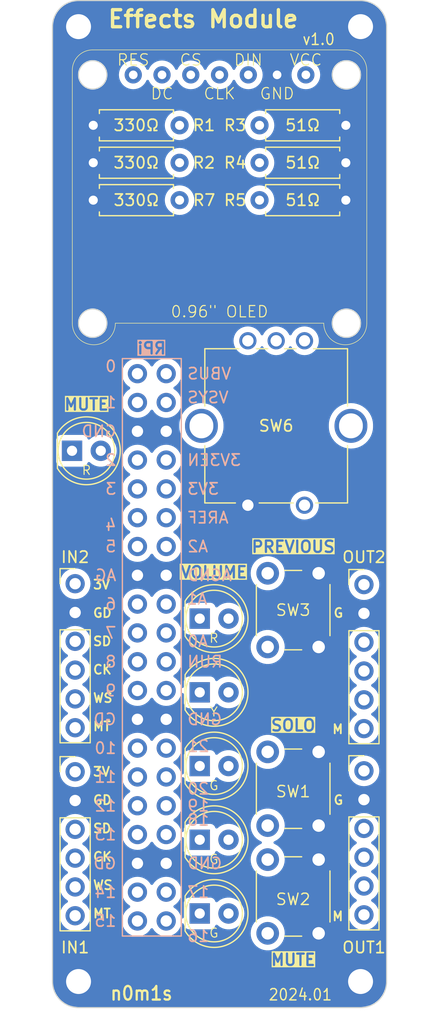
<source format=kicad_pcb>
(kicad_pcb (version 20221018) (generator pcbnew)
  (layers (0 "F.Cu" signal) (31 "B.Cu" signal) (34 "B.Paste" user) (35 "F.Paste" user) (36 "B.SilkS" user "B.Silkscreen") (37 "F.SilkS" user "F.Silkscreen") (38 "B.Mask" user) (39 "F.Mask" user) (44 "Edge.Cuts" user))
  (net 0 "")
  (net 1 "/I2S_IN1_SD")
  (net 2 "/I2S_IN1_SCK")
  (net 3 "/I2S_IN1_WS")
  (net 4 "/I2S_IN2_SD")
  (net 5 "GND")
  (net 6 "+3.3V")
  (net 16 "/I2S_IN2_SCK")
  (net 17 "/I2S_IN2_WS")
  (net 18 "/SCREEN_RES")
  (net 19 "/SCREEN_DC")
  (net 20 "/SCREEN_SPI_CS")
  (net 21 "/SCREEN_SPI_CLK")
  (net 22 "/SCREEN_SPI_MOSI")
  (net 23 "/VU_RED")
  (net 24 "/VU_YELLOW")
  (net 25 "/VU_GREEN1")
  (net 26 "/VU_GREEN2")
  (net 27 "/VU_GREEN3")
  (net 28 "/PREV_SW")
  (net 29 "/MUTE_SIG")
  (net 30 "/MUTE_LED")
  (net 31 "/ENC_A")
  (net 32 "/ENC_B")
  (net 33 "/ENC_C")
  (net 34 "/ENC_S")
  (net 35 "/SOLO_BTN")
  (net 36 "/MUTE_BTN")
  (net 37 "/VU_R1")
  (net 38 "/VU_R2")
  (net 39 "/VU_R3")
  (net 40 "/VU_R4")
  (net 41 "/VU_R5")
  (net 42 "/R7D2")
  (net 43 "/I2S_OUT_SD")
  (net 44 "/I2S_OUT_SCK")
  (net 45 "/I2S_OUT_WS")
  (footprint "project_local:0.96inOLED" (layer "F.Cu") (at 114.25 80.85)
    (fp_text reference "S1" hide)
    (fp_text value "~")
    (fp_text user "CS" (at -2.54 -12.7 unlocked) (layer "F.SilkS") (effects (font (thickness 0.1)) (justify top)))
    (fp_text user "DC" (at -5.08 -9.144 unlocked) (layer "F.SilkS") (effects (font (thickness 0.1))))
    (fp_text user "GND" (at 5.08 -9.144 unlocked) (layer "F.SilkS") (effects (font (thickness 0.1))))
    (fp_text user "0.96\" OLED" (at 0 10.668 unlocked) (layer "F.SilkS") (effects (font (thickness 0.1)) (justify bottom)))
    (fp_text user "RES" (at -7.62 -12.7 unlocked) (layer "F.SilkS") (effects (font (thickness 0.1)) (justify top)))
    (fp_text user "VCC" (at 7.62 -12.7 unlocked) (layer "F.SilkS") (effects (font (thickness 0.1)) (justify top)))
    (fp_text user "CLK" (at 0 -9.144 unlocked) (layer "F.SilkS") (effects (font (thickness 0.1))))
    (fp_text user "DIN" (at 2.54 -12.7 unlocked) (layer "F.SilkS") (effects (font (thickness 0.1)) (justify top)))
    (fp_line (start -13 11.1) (end -13 -11.2) (stroke (width 0.05)) (layer "F.SilkS"))
    (fp_line (start -11.2 -13) (end 11.2 -13) (stroke (width 0.05)) (layer "F.SilkS"))
    (fp_line (start -9.2 11.1) (end 9.2 11.1) (stroke (width 0.05)) (layer "F.SilkS"))
    (fp_line (start 13 11.1) (end 13 -11.2) (stroke (width 0.05)) (layer "F.SilkS"))
    (fp_arc (start -13 -11.2) (mid -12.472792 -12.472792) (end -11.2 -13) (stroke (width 0.05)) (layer "F.SilkS"))
    (fp_arc (start -9.2 11.1) (mid -11.1 13) (end -13 11.1) (stroke (width 0.05)) (layer "F.SilkS"))
    (fp_arc (start 11.2 -13) (mid 12.472792 -12.472792) (end 13 -11.2) (stroke (width 0.05)) (layer "F.SilkS"))
    (fp_arc (start 13 11.1) (mid 11.1 13) (end 9.2 11.1) (stroke (width 0.05)) (layer "F.SilkS"))
    (fp_circle (center -11.2 -10.8) (end -9.95 -10.8) (stroke (width 0.1)) (fill none) (layer "Edge.Cuts"))
    (fp_circle (center -11.2 11.1) (end -9.95 11.1) (stroke (width 0.1)) (fill none) (layer "Edge.Cuts"))
    (fp_circle (center 11.2 -10.8) (end 12.45 -10.8) (stroke (width 0.1)) (fill none) (layer "Edge.Cuts"))
    (fp_circle (center 11.2 11.1) (end 12.45 11.1) (stroke (width 0.1)) (fill none) (layer "Edge.Cuts"))
    (pad "1" thru_hole circle (at -7.62 -10.8) (size 1.524 1.524) (drill 0.762) (layers "*.Cu" "*.Mask") (net 18 "/SCREEN_RES"))
    (pad "2" thru_hole circle (at -5.08 -10.8) (size 1.524 1.524) (drill 0.762) (layers "*.Cu" "*.Mask") (net 19 "/SCREEN_DC"))
    (pad "3" thru_hole circle (at -2.54 -10.8) (size 1.524 1.524) (drill 0.762) (layers "*.Cu" "*.Mask") (net 20 "/SCREEN_SPI_CS"))
    (pad "4" thru_hole circle (at 0 -10.8) (size 1.524 1.524) (drill 0.762) (layers "*.Cu" "*.Mask") (net 21 "/SCREEN_SPI_CLK"))
    (pad "5" thru_hole circle (at 2.54 -10.8) (size 1.524 1.524) (drill 0.762) (layers "*.Cu" "*.Mask") (net 22 "/SCREEN_SPI_MOSI"))
    (pad "6" thru_hole circle (at 5.08 -10.8) (size 1.524 1.524) (drill 0.762) (layers "*.Cu" "*.Mask") (net 5 "GND"))
    (pad "7" thru_hole circle (at 7.62 -10.8) (size 1.524 1.524) (drill 0.762) (layers "*.Cu" "*.Mask") (net 6 "+3.3V"))
  )
  (footprint "project_local:PannelConnector" (layer "F.Cu") (at 101.5 131.5)
    (fp_text reference "IN1" (at 0 15.5) (layer "F.SilkS"))
    (fp_text value "~")
    (fp_line (start -1.33 -1.33) (end 0 -1.33) (stroke (width 0.12)) (layer "F.SilkS"))
    (fp_line (start -1.33 0) (end -1.33 -1.33) (stroke (width 0.12)) (layer "F.SilkS"))
    (fp_line (start -1.33 4.064) (end -1.33 14.03) (stroke (width 0.12)) (layer "F.SilkS"))
    (fp_line (start -1.33 4.064) (end 1.33 4.064) (stroke (width 0.12)) (layer "F.SilkS"))
    (fp_line (start -1.33 14.03) (end 1.33 14.03) (stroke (width 0.12)) (layer "F.SilkS"))
    (fp_line (start 1.33 4.064) (end 1.33 14.03) (stroke (width 0.12)) (layer "F.SilkS"))
    (pad "1" thru_hole oval (at 0 0) (size 1.7 1.7) (drill 1) (layers "*.Cu" "*.Mask") (net 6 "+3.3V"))
    (pad "2" thru_hole rect (at 0 2.54) (size 1.7 1.7) (drill 1) (layers "*.Cu" "*.Mask") (net 5 "GND"))
    (pad "3" thru_hole oval (at 0 5.08) (size 1.7 1.7) (drill 1) (layers "*.Cu" "*.Mask") (net 1 "/I2S_IN1_SD"))
    (pad "4" thru_hole oval (at 0 7.62) (size 1.7 1.7) (drill 1) (layers "*.Cu" "*.Mask") (net 2 "/I2S_IN1_SCK"))
    (pad "5" thru_hole oval (at 0 10.16) (size 1.7 1.7) (drill 1) (layers "*.Cu" "*.Mask") (net 3 "/I2S_IN1_WS"))
    (pad "6" thru_hole oval (at 0 12.7) (size 1.7 1.7) (drill 1) (layers "*.Cu" "*.Mask") (net 29 "/MUTE_SIG"))
  )
  (footprint "MountingHole:MountingHole_2.2mm_M2_DIN965_Pad_TopBottom" (layer "F.Cu") (at 126.7 65.8)
    (fp_text reference "H2" hide)
    (fp_text value "MountingHole_Pad")
    (pad "1" thru_hole circle (at 0 0) (size 2.6 2.6) (drill 2.2) (layers "*.Cu" "*.Mask") (net 5 "GND"))
    (pad "1" connect circle (at 0 0) (size 3.8 3.8) (layers "F.Cu" "F.Mask") (net 5 "GND"))
    (pad "1" connect circle (at 0 0) (size 3.8 3.8) (layers "B.Cu" "B.Mask") (net 5 "GND"))
  )
  (footprint "Resistor_THT:R_Axial_DIN0207_L6.3mm_D2.5mm_P7.62mm_Horizontal" (layer "F.Cu") (at 125.4 81.1 180)
    (fp_text reference "R5" (at 8.7 0) (layer "F.SilkS") (effects (justify right)))
    (fp_text value "51Ω" (at 3.8 0) (layer "F.SilkS"))
    (fp_line (start 0.54 -1.37) (end 7.08 -1.37) (stroke (width 0.12)) (layer "F.SilkS"))
    (fp_line (start 0.54 -1.04) (end 0.54 -1.37) (stroke (width 0.12)) (layer "F.SilkS"))
    (fp_line (start 0.54 1.04) (end 0.54 1.37) (stroke (width 0.12)) (layer "F.SilkS"))
    (fp_line (start 0.54 1.37) (end 7.08 1.37) (stroke (width 0.12)) (layer "F.SilkS"))
    (fp_line (start 7.08 -1.37) (end 7.08 -1.04) (stroke (width 0.12)) (layer "F.SilkS"))
    (fp_line (start 7.08 1.37) (end 7.08 1.04) (stroke (width 0.12)) (layer "F.SilkS"))
    (pad "1" thru_hole circle (at 0 0 180) (size 1.6 1.6) (drill 0.8) (layers "*.Cu" "*.Mask") (net 5 "GND"))
    (pad "2" thru_hole oval (at 7.62 0 180) (size 1.6 1.6) (drill 0.8) (layers "*.Cu" "*.Mask") (net 41 "/VU_R5"))
  )
  (footprint "Button_Switch_THT:SW_PUSH_6mm_H5mm" (layer "F.Cu") (at 123 114 -90)
    (fp_text reference "SW3" (at 3.25 2.25) (layer "F.SilkS") (effects (font (thickness 0.125))))
    (fp_text value "SW_PREV")
    (fp_line (start -0.25 1.5) (end -0.25 3) (stroke (width 0.12)) (layer "F.SilkS"))
    (fp_line (start 1 5.5) (end 5.5 5.5) (stroke (width 0.12)) (layer "F.SilkS"))
    (fp_line (start 5.5 -1) (end 1 -1) (stroke (width 0.12)) (layer "F.SilkS"))
    (fp_line (start 6.75 3) (end 6.75 1.5) (stroke (width 0.12)) (layer "F.SilkS"))
    (pad "1" thru_hole circle (at 0 0) (size 2 2) (drill 1.1) (layers "*.Cu" "*.Mask") (net 5 "GND"))
    (pad "1" thru_hole circle (at 6.5 0) (size 2 2) (drill 1.1) (layers "*.Cu" "*.Mask") (net 5 "GND"))
    (pad "2" thru_hole circle (at 0 4.5) (size 2 2) (drill 1.1) (layers "*.Cu" "*.Mask") (net 28 "/PREV_SW"))
    (pad "2" thru_hole circle (at 6.5 4.5) (size 2 2) (drill 1.1) (layers "*.Cu" "*.Mask") (net 28 "/PREV_SW"))
  )
  (footprint "MountingHole:MountingHole_2.2mm_M2_DIN965_Pad_TopBottom" (layer "F.Cu") (at 101.8 150)
    (fp_text reference "H3" hide)
    (fp_text value "MountingHole_Pad")
    (pad "1" thru_hole circle (at 0 0) (size 2.6 2.6) (drill 2.2) (layers "*.Cu" "*.Mask") (net 5 "GND"))
    (pad "1" connect circle (at 0 0) (size 3.8 3.8) (layers "F.Cu" "F.Mask") (net 5 "GND"))
    (pad "1" connect circle (at 0 0) (size 3.8 3.8) (layers "B.Cu" "B.Mask") (net 5 "GND"))
  )
  (footprint "Button_Switch_THT:SW_PUSH_6mm_H5mm" (layer "F.Cu") (at 123 139.25 -90)
    (fp_text reference "SW2" (at 3.5 2.25) (layer "F.SilkS") (effects (font (thickness 0.125))))
    (fp_text value "SW_MUTE")
    (fp_line (start -0.25 1.5) (end -0.25 3) (stroke (width 0.12)) (layer "F.SilkS"))
    (fp_line (start 1 5.5) (end 5.5 5.5) (stroke (width 0.12)) (layer "F.SilkS"))
    (fp_line (start 5.5 -1) (end 1 -1) (stroke (width 0.12)) (layer "F.SilkS"))
    (fp_line (start 6.75 3) (end 6.75 1.5) (stroke (width 0.12)) (layer "F.SilkS"))
    (pad "1" thru_hole circle (at 0 0) (size 2 2) (drill 1.1) (layers "*.Cu" "*.Mask") (net 5 "GND"))
    (pad "1" thru_hole circle (at 6.5 0) (size 2 2) (drill 1.1) (layers "*.Cu" "*.Mask") (net 5 "GND"))
    (pad "2" thru_hole circle (at 0 4.5) (size 2 2) (drill 1.1) (layers "*.Cu" "*.Mask") (net 36 "/MUTE_BTN"))
    (pad "2" thru_hole circle (at 6.5 4.5) (size 2 2) (drill 1.1) (layers "*.Cu" "*.Mask") (net 36 "/MUTE_BTN"))
  )
  (footprint "LED_THT:LED_D5.0mm" (layer "F.Cu") (at 112.5 144)
    (fp_text reference "VU5" hide)
    (fp_text value "GREEN")
    (fp_line (start -1.29 -1.545) (end -1.29 1.545) (stroke (width 0.12)) (layer "F.SilkS"))
    (fp_arc (start -1.29 -1.54483) (mid 2.072002 -2.880433) (end 4.26 0.000462) (stroke (width 0.12)) (layer "F.SilkS"))
    (fp_arc (start 4.26 -0.000462) (mid 2.072002 2.880433) (end -1.29 1.54483) (stroke (width 0.12)) (layer "F.SilkS"))
    (fp_circle (center 1.27 0) (end 3.77 0) (stroke (width 0.12)) (fill none) (layer "F.SilkS"))
    (pad "1" thru_hole rect (at 0 0) (size 1.8 1.8) (drill 0.9) (layers "*.Cu" "*.Mask") (net 41 "/VU_R5"))
    (pad "2" thru_hole circle (at 2.54 0) (size 1.8 1.8) (drill 0.9) (layers "*.Cu" "*.Mask") (net 27 "/VU_GREEN3"))
  )
  (footprint "LED_THT:LED_D5.0mm" (layer "F.Cu") (at 112.5 118)
    (fp_text reference "VU1" hide)
    (fp_text value "RED")
    (fp_line (start -1.29 -1.545) (end -1.29 1.545) (stroke (width 0.12)) (layer "F.SilkS"))
    (fp_arc (start -1.29 -1.54483) (mid 2.072002 -2.880433) (end 4.26 0.000462) (stroke (width 0.12)) (layer "F.SilkS"))
    (fp_arc (start 4.26 -0.000462) (mid 2.072002 2.880433) (end -1.29 1.54483) (stroke (width 0.12)) (layer "F.SilkS"))
    (fp_circle (center 1.27 0) (end 3.77 0) (stroke (width 0.12)) (fill none) (layer "F.SilkS"))
    (pad "1" thru_hole rect (at 0 0) (size 1.8 1.8) (drill 0.9) (layers "*.Cu" "*.Mask") (net 37 "/VU_R1"))
    (pad "2" thru_hole circle (at 2.54 0) (size 1.8 1.8) (drill 0.9) (layers "*.Cu" "*.Mask") (net 23 "/VU_RED"))
  )
  (footprint "project_local:PannelConnector" (layer "F.Cu") (at 127 131.42)
    (fp_text reference "OUT1" (at 0 15.58) (layer "F.SilkS"))
    (fp_text value "~")
    (fp_line (start -1.33 -1.33) (end 0 -1.33) (stroke (width 0.12)) (layer "F.SilkS"))
    (fp_line (start -1.33 0) (end -1.33 -1.33) (stroke (width 0.12)) (layer "F.SilkS"))
    (fp_line (start -1.33 4.064) (end -1.33 14.03) (stroke (width 0.12)) (layer "F.SilkS"))
    (fp_line (start -1.33 4.064) (end 1.33 4.064) (stroke (width 0.12)) (layer "F.SilkS"))
    (fp_line (start -1.33 14.03) (end 1.33 14.03) (stroke (width 0.12)) (layer "F.SilkS"))
    (fp_line (start 1.33 4.064) (end 1.33 14.03) (stroke (width 0.12)) (layer "F.SilkS"))
    (pad "1" thru_hole oval (at 0 0) (size 1.7 1.7) (drill 1) (layers "*.Cu" "*.Mask") (net 6 "+3.3V"))
    (pad "2" thru_hole rect (at 0 2.54) (size 1.7 1.7) (drill 1) (layers "*.Cu" "*.Mask") (net 5 "GND"))
    (pad "3" thru_hole oval (at 0 5.08) (size 1.7 1.7) (drill 1) (layers "*.Cu" "*.Mask") (net 43 "/I2S_OUT_SD"))
    (pad "4" thru_hole oval (at 0 7.62) (size 1.7 1.7) (drill 1) (layers "*.Cu" "*.Mask") (net 44 "/I2S_OUT_SCK"))
    (pad "5" thru_hole oval (at 0 10.16) (size 1.7 1.7) (drill 1) (layers "*.Cu" "*.Mask") (net 45 "/I2S_OUT_WS"))
    (pad "6" thru_hole oval (at 0 12.7) (size 1.7 1.7) (drill 1) (layers "*.Cu" "*.Mask") (net 29 "/MUTE_SIG"))
  )
  (footprint "LED_THT:LED_D5.0mm" (layer "F.Cu") (at 112.5 137.5)
    (fp_text reference "VU4" hide)
    (fp_text value "GREEN")
    (fp_line (start -1.29 -1.545) (end -1.29 1.545) (stroke (width 0.12)) (layer "F.SilkS"))
    (fp_arc (start -1.29 -1.54483) (mid 2.072002 -2.880433) (end 4.26 0.000462) (stroke (width 0.12)) (layer "F.SilkS"))
    (fp_arc (start 4.26 -0.000462) (mid 2.072002 2.880433) (end -1.29 1.54483) (stroke (width 0.12)) (layer "F.SilkS"))
    (fp_circle (center 1.27 0) (end 3.77 0) (stroke (width 0.12)) (fill none) (layer "F.SilkS"))
    (pad "1" thru_hole rect (at 0 0) (size 1.8 1.8) (drill 0.9) (layers "*.Cu" "*.Mask") (net 40 "/VU_R4"))
    (pad "2" thru_hole circle (at 2.54 0) (size 1.8 1.8) (drill 0.9) (layers "*.Cu" "*.Mask") (net 26 "/VU_GREEN2"))
  )
  (footprint "project_local:PannelConnector" (layer "F.Cu") (at 101.5 114.92)
    (fp_text reference "IN2" (at 0 -2.34) (layer "F.SilkS"))
    (fp_text value "~")
    (fp_line (start -1.33 -1.33) (end 0 -1.33) (stroke (width 0.12)) (layer "F.SilkS"))
    (fp_line (start -1.33 0) (end -1.33 -1.33) (stroke (width 0.12)) (layer "F.SilkS"))
    (fp_line (start -1.33 4.064) (end -1.33 14.03) (stroke (width 0.12)) (layer "F.SilkS"))
    (fp_line (start -1.33 4.064) (end 1.33 4.064) (stroke (width 0.12)) (layer "F.SilkS"))
    (fp_line (start -1.33 14.03) (end 1.33 14.03) (stroke (width 0.12)) (layer "F.SilkS"))
    (fp_line (start 1.33 4.064) (end 1.33 14.03) (stroke (width 0.12)) (layer "F.SilkS"))
    (pad "1" thru_hole oval (at 0 0) (size 1.7 1.7) (drill 1) (layers "*.Cu" "*.Mask") (net 6 "+3.3V"))
    (pad "2" thru_hole rect (at 0 2.54) (size 1.7 1.7) (drill 1) (layers "*.Cu" "*.Mask") (net 5 "GND"))
    (pad "3" thru_hole oval (at 0 5.08) (size 1.7 1.7) (drill 1) (layers "*.Cu" "*.Mask") (net 4 "/I2S_IN2_SD"))
    (pad "4" thru_hole oval (at 0 7.62) (size 1.7 1.7) (drill 1) (layers "*.Cu" "*.Mask") (net 16 "/I2S_IN2_SCK"))
    (pad "5" thru_hole oval (at 0 10.16) (size 1.7 1.7) (drill 1) (layers "*.Cu" "*.Mask") (net 17 "/I2S_IN2_WS"))
    (pad "6" thru_hole oval (at 0 12.7) (size 1.7 1.7) (drill 1) (layers "*.Cu" "*.Mask") (net 29 "/MUTE_SIG"))
  )
  (footprint "project_local:PannelConnector" (layer "F.Cu") (at 127 115)
    (fp_text reference "OUT2" (at 0 -2.42) (layer "F.SilkS"))
    (fp_text value "~")
    (fp_line (start -1.33 -1.33) (end 0 -1.33) (stroke (width 0.12)) (layer "F.SilkS"))
    (fp_line (start -1.33 0) (end -1.33 -1.33) (stroke (width 0.12)) (layer "F.SilkS"))
    (fp_line (start -1.33 4.064) (end -1.33 14.03) (stroke (width 0.12)) (layer "F.SilkS"))
    (fp_line (start -1.33 4.064) (end 1.33 4.064) (stroke (width 0.12)) (layer "F.SilkS"))
    (fp_line (start -1.33 14.03) (end 1.33 14.03) (stroke (width 0.12)) (layer "F.SilkS"))
    (fp_line (start 1.33 4.064) (end 1.33 14.03) (stroke (width 0.12)) (layer "F.SilkS"))
    (pad "1" thru_hole oval (at 0 0) (size 1.7 1.7) (drill 1) (layers "*.Cu" "*.Mask") (net 6 "+3.3V"))
    (pad "2" thru_hole rect (at 0 2.54) (size 1.7 1.7) (drill 1) (layers "*.Cu" "*.Mask") (net 5 "GND"))
    (pad "3" thru_hole oval (at 0 5.08) (size 1.7 1.7) (drill 1) (layers "*.Cu" "*.Mask") (net 43 "/I2S_OUT_SD"))
    (pad "4" thru_hole oval (at 0 7.62) (size 1.7 1.7) (drill 1) (layers "*.Cu" "*.Mask") (net 44 "/I2S_OUT_SCK"))
    (pad "5" thru_hole oval (at 0 10.16) (size 1.7 1.7) (drill 1) (layers "*.Cu" "*.Mask") (net 45 "/I2S_OUT_WS"))
    (pad "6" thru_hole oval (at 0 12.7) (size 1.7 1.7) (drill 1) (layers "*.Cu" "*.Mask") (net 29 "/MUTE_SIG"))
  )
  (footprint "Resistor_THT:R_Axial_DIN0207_L6.3mm_D2.5mm_P7.62mm_Horizontal" (layer "F.Cu") (at 125.4 77.8 180)
    (fp_text reference "R4" (at 8.7 0) (layer "F.SilkS") (effects (justify right)))
    (fp_text value "51Ω" (at 3.8 0) (layer "F.SilkS"))
    (fp_line (start 0.54 -1.37) (end 7.08 -1.37) (stroke (width 0.12)) (layer "F.SilkS"))
    (fp_line (start 0.54 -1.04) (end 0.54 -1.37) (stroke (width 0.12)) (layer "F.SilkS"))
    (fp_line (start 0.54 1.04) (end 0.54 1.37) (stroke (width 0.12)) (layer "F.SilkS"))
    (fp_line (start 0.54 1.37) (end 7.08 1.37) (stroke (width 0.12)) (layer "F.SilkS"))
    (fp_line (start 7.08 -1.37) (end 7.08 -1.04) (stroke (width 0.12)) (layer "F.SilkS"))
    (fp_line (start 7.08 1.37) (end 7.08 1.04) (stroke (width 0.12)) (layer "F.SilkS"))
    (pad "1" thru_hole circle (at 0 0 180) (size 1.6 1.6) (drill 0.8) (layers "*.Cu" "*.Mask") (net 5 "GND"))
    (pad "2" thru_hole oval (at 7.62 0 180) (size 1.6 1.6) (drill 0.8) (layers "*.Cu" "*.Mask") (net 40 "/VU_R4"))
  )
  (footprint "MountingHole:MountingHole_2.2mm_M2_DIN965_Pad_TopBottom" (layer "F.Cu") (at 101.8 65.8)
    (fp_text reference "H1" hide)
    (fp_text value "MountingHole_Pad")
    (pad "1" thru_hole circle (at 0 0) (size 2.6 2.6) (drill 2.2) (layers "*.Cu" "*.Mask") (net 5 "GND"))
    (pad "1" connect circle (at 0 0) (size 3.8 3.8) (layers "F.Cu" "F.Mask") (net 5 "GND"))
    (pad "1" connect circle (at 0 0) (size 3.8 3.8) (layers "B.Cu" "B.Mask") (net 5 "GND"))
  )
  (footprint "Button_Switch_THT:SW_PUSH_6mm_H5mm" (layer "F.Cu") (at 123 129.75 -90)
    (fp_text reference "SW1" (at 3.5 2.25) (layer "F.SilkS") (effects (font (thickness 0.125))))
    (fp_text value "SW_SOLO")
    (fp_line (start -0.25 1.5) (end -0.25 3) (stroke (width 0.12)) (layer "F.SilkS"))
    (fp_line (start 1 5.5) (end 5.5 5.5) (stroke (width 0.12)) (layer "F.SilkS"))
    (fp_line (start 5.5 -1) (end 1 -1) (stroke (width 0.12)) (layer "F.SilkS"))
    (fp_line (start 6.75 3) (end 6.75 1.5) (stroke (width 0.12)) (layer "F.SilkS"))
    (pad "1" thru_hole circle (at 0 0) (size 2 2) (drill 1.1) (layers "*.Cu" "*.Mask") (net 5 "GND"))
    (pad "1" thru_hole circle (at 6.5 0) (size 2 2) (drill 1.1) (layers "*.Cu" "*.Mask") (net 5 "GND"))
    (pad "2" thru_hole circle (at 0 4.5) (size 2 2) (drill 1.1) (layers "*.Cu" "*.Mask") (net 35 "/SOLO_BTN"))
    (pad "2" thru_hole circle (at 6.5 4.5) (size 2 2) (drill 1.1) (layers "*.Cu" "*.Mask") (net 35 "/SOLO_BTN"))
  )
  (footprint "MountingHole:MountingHole_2.2mm_M2_DIN965_Pad_TopBottom" (layer "F.Cu") (at 126.7 150)
    (fp_text reference "H4" hide)
    (fp_text value "MountingHole_Pad")
    (pad "1" thru_hole circle (at 0 0) (size 2.6 2.6) (drill 2.2) (layers "*.Cu" "*.Mask") (net 5 "GND"))
    (pad "1" connect circle (at 0 0) (size 3.8 3.8) (layers "F.Cu" "F.Mask") (net 5 "GND"))
    (pad "1" connect circle (at 0 0) (size 3.8 3.8) (layers "B.Cu" "B.Mask") (net 5 "GND"))
  )
  (footprint "Resistor_THT:R_Axial_DIN0207_L6.3mm_D2.5mm_P7.62mm_Horizontal" (layer "F.Cu") (at 103.1 81.1)
    (fp_text reference "R7" (at 8.72 0) (layer "F.SilkS") (effects (justify left)))
    (fp_text value "330Ω" (at 3.81 0) (layer "F.SilkS"))
    (fp_line (start 0.54 -1.37) (end 7.08 -1.37) (stroke (width 0.12)) (layer "F.SilkS"))
    (fp_line (start 0.54 -1.04) (end 0.54 -1.37) (stroke (width 0.12)) (layer "F.SilkS"))
    (fp_line (start 0.54 1.04) (end 0.54 1.37) (stroke (width 0.12)) (layer "F.SilkS"))
    (fp_line (start 0.54 1.37) (end 7.08 1.37) (stroke (width 0.12)) (layer "F.SilkS"))
    (fp_line (start 7.08 -1.37) (end 7.08 -1.04) (stroke (width 0.12)) (layer "F.SilkS"))
    (fp_line (start 7.08 1.37) (end 7.08 1.04) (stroke (width 0.12)) (layer "F.SilkS"))
    (pad "1" thru_hole circle (at 0 0) (size 1.6 1.6) (drill 0.8) (layers "*.Cu" "*.Mask") (net 5 "GND"))
    (pad "2" thru_hole oval (at 7.62 0) (size 1.6 1.6) (drill 0.8) (layers "*.Cu" "*.Mask") (net 42 "/R7D2"))
  )
  (footprint "LED_THT:LED_D5.0mm" (layer "F.Cu") (at 112.5 124.5)
    (fp_text reference "VU2" hide)
    (fp_text value "YELLOW")
    (fp_line (start -1.29 -1.545) (end -1.29 1.545) (stroke (width 0.12)) (layer "F.SilkS"))
    (fp_arc (start -1.29 -1.54483) (mid 2.072002 -2.880433) (end 4.26 0.000462) (stroke (width 0.12)) (layer "F.SilkS"))
    (fp_arc (start 4.26 -0.000462) (mid 2.072002 2.880433) (end -1.29 1.54483) (stroke (width 0.12)) (layer "F.SilkS"))
    (fp_circle (center 1.27 0) (end 3.77 0) (stroke (width 0.12)) (fill none) (layer "F.SilkS"))
    (pad "1" thru_hole rect (at 0 0) (size 1.8 1.8) (drill 0.9) (layers "*.Cu" "*.Mask") (net 38 "/VU_R2"))
    (pad "2" thru_hole circle (at 2.54 0) (size 1.8 1.8) (drill 0.9) (layers "*.Cu" "*.Mask") (net 24 "/VU_YELLOW"))
  )
  (footprint "LED_THT:LED_D5.0mm" (layer "F.Cu") (at 112.5 131)
    (fp_text reference "VU3" hide)
    (fp_text value "GREEN")
    (fp_line (start -1.29 -1.545) (end -1.29 1.545) (stroke (width 0.12)) (layer "F.SilkS"))
    (fp_arc (start -1.29 -1.54483) (mid 2.072002 -2.880433) (end 4.26 0.000462) (stroke (width 0.12)) (layer "F.SilkS"))
    (fp_arc (start 4.26 -0.000462) (mid 2.072002 2.880433) (end -1.29 1.54483) (stroke (width 0.12)) (layer "F.SilkS"))
    (fp_circle (center 1.27 0) (end 3.77 0) (stroke (width 0.12)) (fill none) (layer "F.SilkS"))
    (pad "1" thru_hole rect (at 0 0) (size 1.8 1.8) (drill 0.9) (layers "*.Cu" "*.Mask") (net 39 "/VU_R3"))
    (pad "2" thru_hole circle (at 2.54 0) (size 1.8 1.8) (drill 0.9) (layers "*.Cu" "*.Mask") (net 25 "/VU_GREEN1"))
  )
  (footprint "LED_THT:LED_D5.0mm" (layer "F.Cu") (at 101.225 103.2)
    (fp_text reference "D2" hide)
    (fp_text value "RED")
    (fp_line (start -1.29 -1.545) (end -1.29 1.545) (stroke (width 0.12)) (layer "F.SilkS"))
    (fp_arc (start -1.29 -1.54483) (mid 2.072002 -2.880433) (end 4.26 0.000462) (stroke (width 0.12)) (layer "F.SilkS"))
    (fp_arc (start 4.26 -0.000462) (mid 2.072002 2.880433) (end -1.29 1.54483) (stroke (width 0.12)) (layer "F.SilkS"))
    (fp_circle (center 1.27 0) (end 3.77 0) (stroke (width 0.12)) (fill none) (layer "F.SilkS"))
    (pad "1" thru_hole rect (at 0 0) (size 1.8 1.8) (drill 0.9) (layers "*.Cu" "*.Mask") (net 42 "/R7D2"))
    (pad "2" thru_hole circle (at 2.54 0) (size 1.8 1.8) (drill 0.9) (layers "*.Cu" "*.Mask") (net 30 "/MUTE_LED"))
  )
  (footprint "Resistor_THT:R_Axial_DIN0207_L6.3mm_D2.5mm_P7.62mm_Horizontal" (layer "F.Cu") (at 103.1 74.5)
    (fp_text reference "R1" (at 8.7 0) (layer "F.SilkS") (effects (justify left)))
    (fp_text value "330Ω" (at 3.8 0) (layer "F.SilkS"))
    (fp_line (start 0.54 -1.37) (end 7.08 -1.37) (stroke (width 0.12)) (layer "F.SilkS"))
    (fp_line (start 0.54 -1.04) (end 0.54 -1.37) (stroke (width 0.12)) (layer "F.SilkS"))
    (fp_line (start 0.54 1.04) (end 0.54 1.37) (stroke (width 0.12)) (layer "F.SilkS"))
    (fp_line (start 0.54 1.37) (end 7.08 1.37) (stroke (width 0.12)) (layer "F.SilkS"))
    (fp_line (start 7.08 -1.37) (end 7.08 -1.04) (stroke (width 0.12)) (layer "F.SilkS"))
    (fp_line (start 7.08 1.37) (end 7.08 1.04) (stroke (width 0.12)) (layer "F.SilkS"))
    (pad "1" thru_hole circle (at 0 0) (size 1.6 1.6) (drill 0.8) (layers "*.Cu" "*.Mask") (net 5 "GND"))
    (pad "2" thru_hole oval (at 7.62 0) (size 1.6 1.6) (drill 0.8) (layers "*.Cu" "*.Mask") (net 37 "/VU_R1"))
  )
  (footprint "Rotary_Encoder:RotaryEncoder_Bourns_Vertical_PEC12R-3xxxF-Sxxxx" (layer "F.Cu") (at 121.75 93.5 -90)
    (fp_text reference "SW6" (at 7.5 2.5) (layer "F.SilkS"))
    (fp_text value "RotaryEncoder_Switch")
    (fp_line (start 0.7 -3.8) (end 5.75 -3.8) (stroke (width 0.12)) (layer "F.SilkS"))
    (fp_line (start 0.7 -0.8) (end 0.7 -3.8) (stroke (width 0.12)) (layer "F.SilkS"))
    (fp_line (start 0.7 0.75) (end 0.7 1.75) (stroke (width 0.12)) (layer "F.SilkS"))
    (fp_line (start 0.7 3.25) (end 0.7 4.25) (stroke (width 0.12)) (layer "F.SilkS"))
    (fp_line (start 0.7 5.8) (end 0.7 8.8) (stroke (width 0.12)) (layer "F.SilkS"))
    (fp_line (start 5.75 8.8) (end 0.7 8.8) (stroke (width 0.12)) (layer "F.SilkS"))
    (fp_line (start 9.25 -3.8) (end 14.3 -3.8) (stroke (width 0.12)) (layer "F.SilkS"))
    (fp_line (start 14.3 -3.8) (end 14.3 -1) (stroke (width 0.12)) (layer "F.SilkS"))
    (fp_line (start 14.3 1) (end 14.3 4) (stroke (width 0.12)) (layer "F.SilkS"))
    (fp_line (start 14.3 6.1) (end 14.3 8.8) (stroke (width 0.12)) (layer "F.SilkS"))
    (fp_line (start 14.3 8.8) (end 9.25 8.8) (stroke (width 0.12)) (layer "F.SilkS"))
    (pad "A" thru_hole circle (at 0 0 180) (size 1.524 1.524) (drill 1) (layers "*.Cu" "*.Mask") (net 31 "/ENC_A"))
    (pad "B" thru_hole circle (at 0 5 180) (size 1.524 1.524) (drill 1) (layers "*.Cu" "*.Mask") (net 32 "/ENC_B"))
    (pad "C" thru_hole circle (at 0 2.5 180) (size 1.524 1.524) (drill 1) (layers "*.Cu" "*.Mask") (net 33 "/ENC_C"))
    (pad "S1" thru_hole circle (at 14.5 0 180) (size 1.524 1.524) (drill 1) (layers "*.Cu" "*.Mask") (net 34 "/ENC_S"))
    (pad "S2" thru_hole circle (at 14.5 5 180) (size 1.524 1.524) (drill 1) (layers "*.Cu" "*.Mask") (net 5 "GND"))
    (pad "SH" thru_hole oval (at 7.5 -4.1 180) (size 2.9 3) (drill oval 2.1 2.2) (layers "*.Cu" "*.Mask"))
    (pad "SH" thru_hole oval (at 7.5 9.1 180) (size 2.9 3) (drill oval 2.1 2.2) (layers "*.Cu" "*.Mask"))
  )
  (footprint "Resistor_THT:R_Axial_DIN0207_L6.3mm_D2.5mm_P7.62mm_Horizontal" (layer "F.Cu") (at 103.1 77.8)
    (fp_text reference "R2" (at 8.7 0) (layer "F.SilkS") (effects (justify left)))
    (fp_text value "330Ω" (at 3.8 0) (layer "F.SilkS"))
    (fp_line (start 0.54 -1.37) (end 7.08 -1.37) (stroke (width 0.12)) (layer "F.SilkS"))
    (fp_line (start 0.54 -1.04) (end 0.54 -1.37) (stroke (width 0.12)) (layer "F.SilkS"))
    (fp_line (start 0.54 1.04) (end 0.54 1.37) (stroke (width 0.12)) (layer "F.SilkS"))
    (fp_line (start 0.54 1.37) (end 7.08 1.37) (stroke (width 0.12)) (layer "F.SilkS"))
    (fp_line (start 7.08 -1.37) (end 7.08 -1.04) (stroke (width 0.12)) (layer "F.SilkS"))
    (fp_line (start 7.08 1.37) (end 7.08 1.04) (stroke (width 0.12)) (layer "F.SilkS"))
    (pad "1" thru_hole circle (at 0 0) (size 1.6 1.6) (drill 0.8) (layers "*.Cu" "*.Mask") (net 5 "GND"))
    (pad "2" thru_hole oval (at 7.62 0) (size 1.6 1.6) (drill 0.8) (layers "*.Cu" "*.Mask") (net 38 "/VU_R2"))
  )
  (footprint "Resistor_THT:R_Axial_DIN0207_L6.3mm_D2.5mm_P7.62mm_Horizontal" (layer "F.Cu") (at 125.4 74.5 180)
    (fp_text reference "R3" (at 8.7 0) (layer "F.SilkS") (effects (justify right)))
    (fp_text value "51Ω" (at 3.81 0) (layer "F.SilkS"))
    (fp_line (start 0.54 -1.37) (end 7.08 -1.37) (stroke (width 0.12)) (layer "F.SilkS"))
    (fp_line (start 0.54 -1.04) (end 0.54 -1.37) (stroke (width 0.12)) (layer "F.SilkS"))
    (fp_line (start 0.54 1.04) (end 0.54 1.37) (stroke (width 0.12)) (layer "F.SilkS"))
    (fp_line (start 0.54 1.37) (end 7.08 1.37) (stroke (width 0.12)) (layer "F.SilkS"))
    (fp_line (start 7.08 -1.37) (end 7.08 -1.04) (stroke (width 0.12)) (layer "F.SilkS"))
    (fp_line (start 7.08 1.37) (end 7.08 1.04) (stroke (width 0.12)) (layer "F.SilkS"))
    (pad "1" thru_hole circle (at 0 0 180) (size 1.6 1.6) (drill 0.8) (layers "*.Cu" "*.Mask") (net 5 "GND"))
    (pad "2" thru_hole oval (at 7.62 0 180) (size 1.6 1.6) (drill 0.8) (layers "*.Cu" "*.Mask") (net 39 "/VU_R3"))
  )
  (footprint "project_local:RPi_connector" (layer "B.Cu") (at 109.54 96.4 180)
    (fp_text reference "U1" hide)
    (fp_text value "RaspberryPi_Pico")
    (fp_text user "7" (at 4.318 -22.86 unlocked) (layer "B.SilkS") (effects (justify left mirror)))
    (fp_text user "VBUS" (at -1.778 0 unlocked) (layer "B.SilkS") (effects (justify right mirror)))
    (fp_text user "8" (at 4.318 -25.4 unlocked) (layer "B.SilkS") (effects (justify left mirror)))
    (fp_text user "GND" (at -1.778 -43.18 unlocked) (layer "B.SilkS") (effects (justify right mirror)))
    (fp_text user "GD" (at 4.318 -30.48 unlocked) (layer "B.SilkS") (effects (justify left mirror)))
    (fp_text user "3V3" (at -1.778 -10.16 unlocked) (layer "B.SilkS") (effects (justify right mirror)))
    (fp_text user "2" (at 4.318 -7.62 unlocked) (layer "B.SilkS") (effects (justify left mirror)))
    (fp_text user "0" (at 4.318 0.65 unlocked) (layer "B.SilkS") (effects (justify left mirror)))
    (fp_text user "16" (at -1.778 -49.6 unlocked) (layer "B.SilkS") (effects (justify right mirror)))
    (fp_text user "6" (at 4.318 -20.32 unlocked) (layer "B.SilkS") (effects (justify left mirror)))
    (fp_text user "20" (at -1.778 -36.6 unlocked) (layer "B.SilkS") (effects (justify right mirror)))
    (fp_text user "VSYS" (at -1.778 -2.1 unlocked) (layer "B.SilkS") (effects (justify right mirror)))
    (fp_text user "GD" (at 4.318 -43.18 unlocked) (layer "B.SilkS") (effects (justify left mirror)))
    (fp_text user "18" (at -1.778 -39.35 unlocked) (layer "B.SilkS") (effects (justify right mirror)))
    (fp_text user "A1" (at -1.71 -19.85 unlocked) (layer "B.SilkS") (effects (justify right mirror)))
    (fp_text user "3" (at 4.318 -10.16 unlocked) (layer "B.SilkS") (effects (justify left mirror)))
    (fp_text user "13" (at 4.318 -40.64 unlocked) (layer "B.SilkS") (effects (justify left mirror)))
    (fp_text user "15" (at 4.318 -48.26 unlocked) (layer "B.SilkS") (effects (justify left mirror)))
    (fp_text user "A0" (at -1.778 -23.6 unlocked) (layer "B.SilkS") (effects (justify right mirror)))
    (fp_text user "AG" (at 4.318 -17.78 unlocked) (layer "B.SilkS") (effects (justify left mirror)))
    (fp_text user "GND" (at -1.778 -30.48 unlocked) (layer "B.SilkS") (effects (justify right mirror)))
    (fp_text user "A2" (at -1.778 -15.24 unlocked) (layer "B.SilkS") (effects (justify right mirror)))
    (fp_text user "AREF" (at -1.778 -12.7 unlocked) (layer "B.SilkS") (effects (justify right mirror)))
    (fp_text user "3V3EN" (at -1.778 -7.62 unlocked) (layer "B.SilkS") (effects (justify right mirror)))
    (fp_text user "AGND" (at -1.778 -17.78 unlocked) (layer "B.SilkS") (effects (justify right mirror)))
    (fp_text user "9" (at 4.318 -27.94 unlocked) (layer "B.SilkS") (effects (justify left mirror)))
    (fp_text user "19" (at -1.778 -38.1 unlocked) (layer "B.SilkS") (effects (justify right mirror)))
    (fp_text user "11" (at 4.318 -35.56 unlocked) (layer "B.SilkS") (effects (justify left mirror)))
    (fp_text user "17" (at -1.778 -45.72 unlocked) (layer "B.SilkS") (effects (justify right mirror)))
    (fp_text user "10" (at 4.318 -33.02 unlocked) (layer "B.SilkS") (effects (justify left mirror)))
    (fp_text user "RUN" (at -1.778 -25.4 unlocked) (layer "B.SilkS") (effects (justify right mirror)))
    (fp_text user "21" (at -1.778 -32.85 unlocked) (layer "B.SilkS") (effects (justify right mirror)))
    (fp_text user "1" (at 4.318 -2.54 unlocked) (layer "B.SilkS") (effects (justify left mirror)))
    (fp_text user "14" (at 4.318 -45.72 unlocked) (layer "B.SilkS") (effects (justify left mirror)))
    (fp_text user "4" (at 4.318 -13.35 unlocked) (layer "B.SilkS") (effects (justify left mirror)))
    (fp_text user "12" (at 4.318 -38.1 unlocked) (layer "B.SilkS") (effects (justify left mirror)))
    (fp_text user "GND" (at 4.318 -5.08 unlocked) (layer "B.SilkS") (effects (justify left mirror)))
    (fp_text user "5" (at 4.318 -15.24 unlocked) (layer "B.SilkS") (effects (justify left mirror)))
    (fp_line (start -1.33 -49.59) (end 3.87 -49.59) (stroke (width 0.12)) (layer "B.SilkS"))
    (fp_line (start -1.33 0) (end -1.33 -49.59) (stroke (width 0.12)) (layer "B.SilkS"))
    (fp_line (start -1.33 0) (end -1.33 1.33) (stroke (width 0.12)) (layer "B.SilkS"))
    (fp_line (start -1.33 1.33) (end 0 1.33) (stroke (width 0.12)) (layer "B.SilkS"))
    (fp_line (start 0 1.33) (end 3.87 1.33) (stroke (width 0.12)) (layer "B.SilkS"))
    (fp_line (start 3.87 1.33) (end 3.87 -49.59) (stroke (width 0.12)) (layer "B.SilkS"))
    (pad "1" thru_hole oval (at 2.54 0 180) (size 1.7 1.7) (drill 1) (layers "*.Cu" "*.Mask") (net 30 "/MUTE_LED"))
    (pad "2" thru_hole oval (at 2.54 -2.54 180) (size 1.7 1.7) (drill 1) (layers "*.Cu" "*.Mask"))
    (pad "3" thru_hole roundrect (at 2.54 -5.08 180) (size 1.7 1.7) (drill 1) (layers "*.Cu" "*.Mask") (net 5 "GND"))
    (pad "4" thru_hole oval (at 2.54 -7.62 180) (size 1.7 1.7) (drill 1) (layers "*.Cu" "*.Mask"))
    (pad "5" thru_hole oval (at 2.54 -10.16 180) (size 1.7 1.7) (drill 1) (layers "*.Cu" "*.Mask"))
    (pad "6" thru_hole oval (at 2.54 -12.7 180) (size 1.7 1.7) (drill 1) (layers "*.Cu" "*.Mask"))
    (pad "7" thru_hole oval (at 2.54 -15.24 180) (size 1.7 1.7) (drill 1) (layers "*.Cu" "*.Mask"))
    (pad "8" thru_hole roundrect (at 2.54 -17.78 180) (size 1.7 1.7) (drill 1) (layers "*.Cu" "*.Mask") (net 5 "GND"))
    (pad "9" thru_hole oval (at 2.54 -20.32 180) (size 1.7 1.7) (drill 1) (layers "*.Cu" "*.Mask") (net 4 "/I2S_IN2_SD"))
    (pad "10" thru_hole oval (at 2.54 -22.86 180) (size 1.7 1.7) (drill 1) (layers "*.Cu" "*.Mask") (net 16 "/I2S_IN2_SCK"))
    (pad "11" thru_hole oval (at 2.54 -25.4 180) (size 1.7 1.7) (drill 1) (layers "*.Cu" "*.Mask") (net 17 "/I2S_IN2_WS"))
    (pad "12" thru_hole oval (at 2.54 -27.94 180) (size 1.7 1.7) (drill 1) (layers "*.Cu" "*.Mask") (net 1 "/I2S_IN1_SD"))
    (pad "13" thru_hole roundrect (at 2.54 -30.48 180) (size 1.7 1.7) (drill 1) (layers "*.Cu" "*.Mask") (net 5 "GND"))
    (pad "14" thru_hole oval (at 2.54 -33.02 180) (size 1.7 1.7) (drill 1) (layers "*.Cu" "*.Mask") (net 2 "/I2S_IN1_SCK"))
    (pad "15" thru_hole oval (at 2.54 -35.56 180) (size 1.7 1.7) (drill 1) (layers "*.Cu" "*.Mask") (net 3 "/I2S_IN1_WS"))
    (pad "16" thru_hole oval (at 2.54 -38.1 180) (size 1.7 1.7) (drill 1) (layers "*.Cu" "*.Mask") (net 36 "/MUTE_BTN"))
    (pad "17" thru_hole oval (at 2.54 -40.64 180) (size 1.7 1.7) (drill 1) (layers "*.Cu" "*.Mask") (net 43 "/I2S_OUT_SD"))
    (pad "18" thru_hole roundrect (at 2.54 -43.18 180) (size 1.7 1.7) (drill 1) (layers "*.Cu" "*.Mask") (net 5 "GND"))
    (pad "19" thru_hole oval (at 2.54 -45.72 180) (size 1.7 1.7) (drill 1) (layers "*.Cu" "*.Mask") (net 44 "/I2S_OUT_SCK"))
    (pad "20" thru_hole oval (at 2.54 -48.26 180) (size 1.7 1.7) (drill 1) (layers "*.Cu" "*.Mask") (net 45 "/I2S_OUT_WS"))
    (pad "21" thru_hole oval (at 0 -48.26 180) (size 1.7 1.7) (drill 1) (layers "*.Cu" "*.Mask") (net 27 "/VU_GREEN3"))
    (pad "22" thru_hole oval (at 0 -45.72 180) (size 1.7 1.7) (drill 1) (layers "*.Cu" "*.Mask") (net 26 "/VU_GREEN2"))
    (pad "23" thru_hole roundrect (at 0 -43.18 180) (size 1.7 1.7) (drill 1) (layers "*.Cu" "*.Mask") (net 5 "GND"))
    (pad "24" thru_hole oval (at 0 -40.64 180) (size 1.7 1.7) (drill 1) (layers "*.Cu" "*.Mask") (net 25 "/VU_GREEN1"))
    (pad "25" thru_hole oval (at 0 -38.1 180) (size 1.7 1.7) (drill 1) (layers "*.Cu" "*.Mask") (net 24 "/VU_YELLOW"))
    (pad "26" thru_hole oval (at 0 -35.56 180) (size 1.7 1.7) (drill 1) (layers "*.Cu" "*.Mask") (net 23 "/VU_RED"))
    (pad "27" thru_hole oval (at 0 -33.02 180) (size 1.7 1.7) (drill 1) (layers "*.Cu" "*.Mask") (net 35 "/SOLO_BTN"))
    (pad "28" thru_hole roundrect (at 0 -30.48 180) (size 1.7 1.7) (drill 1) (layers "*.Cu" "*.Mask") (net 5 "GND"))
    (pad "29" thru_hole oval (at 0 -27.94 180) (size 1.7 1.7) (drill 1) (layers "*.Cu" "*.Mask") (net 29 "/MUTE_SIG"))
    (pad "30" thru_hole oval (at 0 -25.4 180) (size 1.7 1.7) (drill 1) (layers "*.Cu" "*.Mask"))
    (pad "31" thru_hole oval (at 0 -22.86 180) (size 1.7 1.7) (drill 1) (layers "*.Cu" "*.Mask"))
    (pad "32" thru_hole oval (at 0 -20.32 180) (size 1.7 1.7) (drill 1) (layers "*.Cu" "*.Mask"))
    (pad "33" thru_hole roundrect (at 0 -17.78 180) (size 1.7 1.7) (drill 1) (layers "*.Cu" "*.Mask") (net 5 "GND"))
    (pad "34" thru_hole oval (at 0 -15.24 180) (size 1.7 1.7) (drill 1) (layers "*.Cu" "*.Mask"))
    (pad "35" thru_hole oval (at 0 -12.7 180) (size 1.7 1.7) (drill 1) (layers "*.Cu" "*.Mask"))
    (pad "36" thru_hole oval (at 0 -10.16 180) (size 1.7 1.7) (drill 1) (layers "*.Cu" "*.Mask") (net 6 "+3.3V"))
    (pad "37" thru_hole oval (at 0 -7.62 180) (size 1.7 1.7) (drill 1) (layers "*.Cu" "*.Mask"))
    (pad "38" thru_hole roundrect (at 0 -5.08 180) (size 1.7 1.7) (drill 1) (layers "*.Cu" "*.Mask") (net 5 "GND"))
    (pad "39" thru_hole oval (at 0 -2.54 180) (size 1.7 1.7) (drill 1) (layers "*.Cu" "*.Mask"))
    (pad "40" thru_hole oval (at 0 0 180) (size 1.7 1.7) (drill 1) (layers "*.Cu" "*.Mask"))
  )
  (gr_arc (start 99.5 65.8) (mid 100.173654 64.173654) (end 101.8 63.5) (stroke (width 0.1)) (layer "Edge.Cuts"))
  (gr_line (start 126.7 63.5) (end 101.8 63.5) (stroke (width 0.1)) (layer "Edge.Cuts"))
  (gr_line (start 99.5 150) (end 99.5 65.8) (stroke (width 0.1)) (layer "Edge.Cuts"))
  (gr_line (start 126.7 152.3) (end 101.8 152.3) (stroke (width 0.1)) (layer "Edge.Cuts"))
  (gr_line (start 129 65.8) (end 129 150) (stroke (width 0.1)) (layer "Edge.Cuts"))
  (gr_arc (start 129 150) (mid 128.326346 151.626346) (end 126.7 152.3) (stroke (width 0.1)) (layer "Edge.Cuts"))
  (gr_arc (start 101.8 152.3) (mid 100.173654 151.626346) (end 99.5 150) (stroke (width 0.1)) (layer "Edge.Cuts"))
  (gr_arc (start 126.7 63.5) (mid 128.326346 64.173654) (end 129 65.8) (stroke (width 0.1)) (layer "Edge.Cuts"))
  (gr_text "RPi" (at 108.25 94.75) (layer "B.SilkS" knockout) (effects (font (size 1 1) (thickness 0.2) bold) (justify bottom mirror)))
  (gr_text "M" (at 125.25 127.75) (layer "F.SilkS") (effects (font (size 0.8 0.8) (thickness 0.16) bold) (justify right)))
  (gr_text "WS" (at 103 125) (layer "F.SilkS") (effects (font (size 0.8 0.8) (thickness 0.16) bold) (justify left)))
  (gr_text "MUTE" (at 102.5 99.7) (layer "F.SilkS" knockout) (effects (font (size 1 1) (thickness 0.2) bold) (justify bottom)))
  (gr_text "R" (at 113.75 119.25) (layer "F.SilkS") (effects (font (size 0.8 0.8) (thickness 0.1)) (justify top)))
  (gr_text "n0m1s" (at 104.5 151.75) (layer "F.SilkS") (effects (font (size 1.2 1.1) (thickness 0.2) bold) (justify left bottom)))
  (gr_text "SD" (at 103 120) (layer "F.SilkS") (effects (font (size 0.8 0.8) (thickness 0.16) bold) (justify left)))
  (gr_text "WS" (at 103 141.5) (layer "F.SilkS") (effects (font (size 0.8 0.8) (thickness 0.16) bold) (justify left)))
  (gr_text "G" (at 125.25 117.5) (layer "F.SilkS") (effects (font (size 0.8 0.8) (thickness 0.16) bold) (justify right)))
  (gr_text "G" (at 125.25 134) (layer "F.SilkS") (effects (font (size 0.8 0.8) (thickness 0.16) bold) (justify right)))
  (gr_text "Y" (at 113.75 125.75) (layer "F.SilkS") (effects (font (size 0.8 0.8) (thickness 0.1)) (justify top)))
  (gr_text "G" (at 113.75 138.75) (layer "F.SilkS") (effects (font (size 0.8 0.8) (thickness 0.1)) (justify top)))
  (gr_text "M" (at 125.25 144.25) (layer "F.SilkS") (effects (font (size 0.8 0.8) (thickness 0.16) bold) (justify right)))
  (gr_text "VOLUME" (at 113.75 114.5) (layer "F.SilkS" knockout) (effects (font (size 1 1) (thickness 0.2) bold) (justify bottom)))
  (gr_text "GD" (at 103 134) (layer "F.SilkS") (effects (font (size 0.8 0.8) (thickness 0.16) bold) (justify left)))
  (gr_text "3V" (at 103 131.5) (layer "F.SilkS") (effects (font (size 0.8 0.8) (thickness 0.16) bold) (justify left)))
  (gr_text "MUTE" (at 120.75 147.5) (layer "F.SilkS" knockout) (effects (font (size 1 1) (thickness 0.2) bold) (justify top)))
  (gr_text "SD" (at 103 136.5) (layer "F.SilkS") (effects (font (size 0.8 0.8) (thickness 0.16) bold) (justify left)))
  (gr_text "R" (at 102.5 104.45) (layer "F.SilkS") (effects (font (size 0.8 0.8) (thickness 0.1)) (justify top)))
  (gr_text "G" (at 113.75 145.25) (layer "F.SilkS") (effects (font (size 0.8 0.8) (thickness 0.1)) (justify top)))
  (gr_text "SOLO" (at 120.75 128) (layer "F.SilkS" knockout) (effects (font (size 1 1) (thickness 0.2) bold) (justify bottom)))
  (gr_text "2024.01" (at 124.25 151.75) (layer "F.SilkS") (effects (font (size 1 0.9) (thickness 0.125)) (justify right bottom)))
  (gr_text "PREVIOUS" (at 120.75 112.25) (layer "F.SilkS" knockout) (effects (font (size 1 1) (thickness 0.2) bold) (justify bottom)))
  (gr_text "GD" (at 103 117.5) (layer "F.SilkS") (effects (font (size 0.8 0.8) (thickness 0.16) bold) (justify left)))
  (gr_text "MT" (at 103 127.5) (layer "F.SilkS") (effects (font (size 0.8 0.8) (thickness 0.16) bold) (justify left)))
  (gr_text "CK" (at 103 122.5) (layer "F.SilkS") (effects (font (size 0.8 0.8) (thickness 0.16) bold) (justify left)))
  (gr_text "Effects Module" (at 104.25 64.25) (layer "F.SilkS") (effects (font (size 1.5 1.5) (thickness 0.3) bold) (justify left top)))
  (gr_text "CK" (at 103 139) (layer "F.SilkS") (effects (font (size 0.8 0.8) (thickness 0.16) bold) (justify left)))
  (gr_text "v1.0" (at 124.5 67.5) (layer "F.SilkS") (effects (font (size 1 0.9) (thickness 0.125)) (justify right bottom)))
  (gr_text "MT" (at 103 144) (layer "F.SilkS") (effects (font (size 0.8 0.8) (thickness 0.16) bold) (justify left)))
  (gr_text "3V" (at 103 115) (layer "F.SilkS") (effects (font (size 0.8 0.8) (thickness 0.16) bold) (justify left)))
  (gr_text "G" (at 113.75 132.25) (layer "F.SilkS") (effects (font (size 0.8 0.8) (thickness 0.1)) (justify top)))
  (zone (net 5) (net_name "GND") (layer "B.Cu") (connect_pads yes (clearance 0.5)) (min_thickness 0.25) (fill yes (thermal_gap 0.5) (thermal_bridge_width 0.5))
    (polygon (pts (xy 99.5 65.75) (xy 99.6 65.3) (xy 99.7 64.9) (xy 99.95 64.5) (xy 100.2 64.2) (xy 100.55 63.9) (xy 100.9 63.7) (xy 101.325 63.6) (xy 101.75 63.5) (xy 126.75 63.5) (xy 127.6 63.7) (xy 128 63.9) (xy 128.3 64.2) (xy 128.6 64.5) (xy 128.8 64.9) (xy 129 65.75) (xy 129 150) (xy 128.8 150.9) (xy 128.5 151.4) (xy 128.2 151.7) (xy 127.85 152) (xy 127.5 152.1) (xy 127.125 152.2) (xy 126.75 152.25) (xy 101.75 152.25) (xy 101.3625 152.2) (xy 100.975 152.1) (xy 100.5875 151.9) (xy 100.2 151.6) (xy 99.9 151.25) (xy 99.7 150.9) (xy 99.5 150)))
  )
)
</source>
